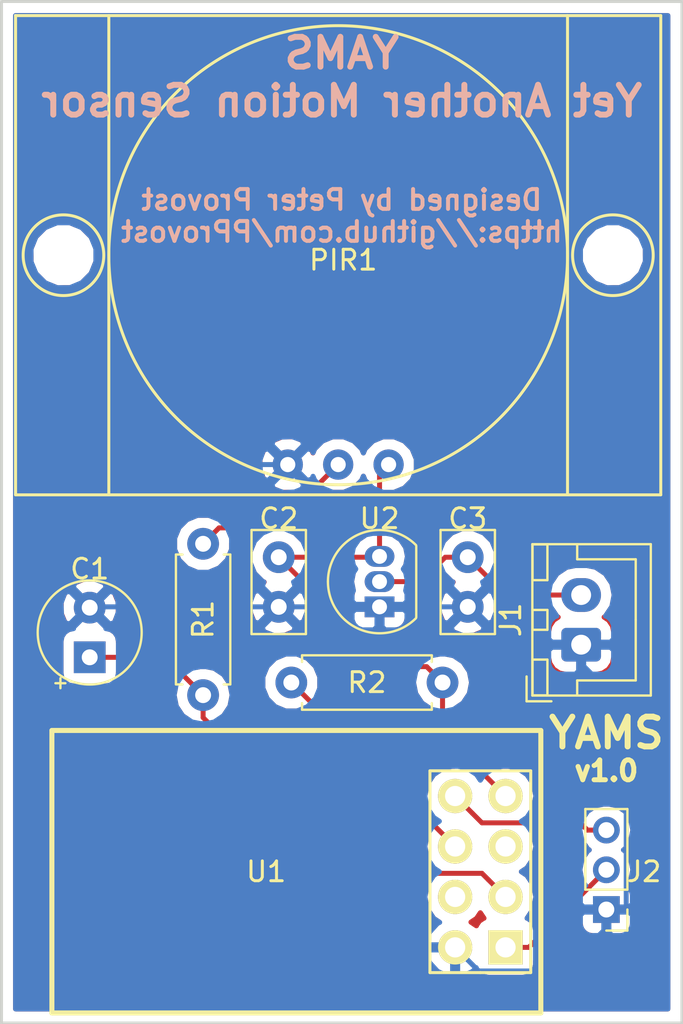
<source format=kicad_pcb>
(kicad_pcb (version 20171130) (host pcbnew "(5.0.1)-4")

  (general
    (thickness 1.6)
    (drawings 8)
    (tracks 50)
    (zones 0)
    (modules 12)
    (nets 9)
  )

  (page A4)
  (layers
    (0 F.Cu signal)
    (31 B.Cu signal)
    (32 B.Adhes user hide)
    (33 F.Adhes user hide)
    (34 B.Paste user hide)
    (35 F.Paste user hide)
    (36 B.SilkS user)
    (37 F.SilkS user)
    (38 B.Mask user)
    (39 F.Mask user)
    (40 Dwgs.User user hide)
    (41 Cmts.User user hide)
    (42 Eco1.User user hide)
    (43 Eco2.User user hide)
    (44 Edge.Cuts user)
    (45 Margin user)
    (46 B.CrtYd user hide)
    (47 F.CrtYd user hide)
    (48 B.Fab user hide)
    (49 F.Fab user hide)
  )

  (setup
    (last_trace_width 0.25)
    (trace_clearance 0.2)
    (zone_clearance 0.508)
    (zone_45_only no)
    (trace_min 0.2)
    (segment_width 0.2)
    (edge_width 0.15)
    (via_size 0.8)
    (via_drill 0.4)
    (via_min_size 0.4)
    (via_min_drill 0.3)
    (uvia_size 0.3)
    (uvia_drill 0.1)
    (uvias_allowed no)
    (uvia_min_size 0.2)
    (uvia_min_drill 0.1)
    (pcb_text_width 0.3)
    (pcb_text_size 1.5 1.5)
    (mod_edge_width 0.15)
    (mod_text_size 1 1)
    (mod_text_width 0.15)
    (pad_size 2.5 2.5)
    (pad_drill 2.5)
    (pad_to_mask_clearance 0.0508)
    (solder_mask_min_width 0.25)
    (aux_axis_origin 0 0)
    (visible_elements 7FFFFFFF)
    (pcbplotparams
      (layerselection 0x010fc_ffffffff)
      (usegerberextensions false)
      (usegerberattributes false)
      (usegerberadvancedattributes false)
      (creategerberjobfile false)
      (excludeedgelayer true)
      (linewidth 0.100000)
      (plotframeref false)
      (viasonmask false)
      (mode 1)
      (useauxorigin false)
      (hpglpennumber 1)
      (hpglpenspeed 20)
      (hpglpendiameter 15.000000)
      (psnegative false)
      (psa4output false)
      (plotreference true)
      (plotvalue true)
      (plotinvisibletext false)
      (padsonsilk false)
      (subtractmaskfromsilk false)
      (outputformat 1)
      (mirror false)
      (drillshape 1)
      (scaleselection 1)
      (outputdirectory ""))
  )

  (net 0 "")
  (net 1 "Net-(C1-Pad1)")
  (net 2 GND)
  (net 3 +3V3)
  (net 4 "Net-(C3-Pad2)")
  (net 5 "Net-(J2-Pad2)")
  (net 6 "Net-(J2-Pad3)")
  (net 7 "Net-(PIR1-Pad2)")
  (net 8 "Net-(R2-Pad1)")

  (net_class Default "This is the default net class."
    (clearance 0.2)
    (trace_width 0.25)
    (via_dia 0.8)
    (via_drill 0.4)
    (uvia_dia 0.3)
    (uvia_drill 0.1)
    (add_net +3V3)
    (add_net GND)
    (add_net "Net-(C1-Pad1)")
    (add_net "Net-(C3-Pad2)")
    (add_net "Net-(J2-Pad2)")
    (add_net "Net-(J2-Pad3)")
    (add_net "Net-(PIR1-Pad2)")
    (add_net "Net-(R2-Pad1)")
  )

  (module MountingHole:MountingHole_2.5mm (layer F.Cu) (tedit 5C35233E) (tstamp 5C4F96E4)
    (at 96.468001 64.210001)
    (descr "Mounting Hole 2.5mm, no annular")
    (tags "mounting hole 2.5mm no annular")
    (attr virtual)
    (fp_text reference REF** (at 0 -3.5) (layer F.SilkS) hide
      (effects (font (size 1 1) (thickness 0.15)))
    )
    (fp_text value MountingHole_2.5mm (at 0 3.5) (layer F.Fab)
      (effects (font (size 1 1) (thickness 0.15)))
    )
    (fp_text user %R (at 0.3 0) (layer F.Fab)
      (effects (font (size 1 1) (thickness 0.15)))
    )
    (fp_circle (center 0 0) (end 2.5 0) (layer Cmts.User) (width 0.15))
    (fp_circle (center 0 0) (end 2.75 0) (layer F.CrtYd) (width 0.05))
    (pad "" np_thru_hole circle (at 0 0) (size 2.5 2.5) (drill 2.5) (layers *.Cu *.Mask))
  )

  (module Connector_PinHeader_2.00mm:PinHeader_1x03_P2.00mm_Vertical (layer F.Cu) (tedit 59FED667) (tstamp 5C403BCC)
    (at 123.825 97.155 180)
    (descr "Through hole straight pin header, 1x03, 2.00mm pitch, single row")
    (tags "Through hole pin header THT 1x03 2.00mm single row")
    (path /5C342840)
    (fp_text reference J2 (at -1.905 1.905 180) (layer F.SilkS)
      (effects (font (size 1 1) (thickness 0.15)))
    )
    (fp_text value TTL-Serial (at 0 6.06 180) (layer F.Fab)
      (effects (font (size 1 1) (thickness 0.15)))
    )
    (fp_text user %R (at 0 2 270) (layer F.Fab)
      (effects (font (size 1 1) (thickness 0.15)))
    )
    (fp_line (start 1.5 -1.5) (end -1.5 -1.5) (layer F.CrtYd) (width 0.05))
    (fp_line (start 1.5 5.5) (end 1.5 -1.5) (layer F.CrtYd) (width 0.05))
    (fp_line (start -1.5 5.5) (end 1.5 5.5) (layer F.CrtYd) (width 0.05))
    (fp_line (start -1.5 -1.5) (end -1.5 5.5) (layer F.CrtYd) (width 0.05))
    (fp_line (start -1.06 -1.06) (end 0 -1.06) (layer F.SilkS) (width 0.12))
    (fp_line (start -1.06 0) (end -1.06 -1.06) (layer F.SilkS) (width 0.12))
    (fp_line (start -1.06 1) (end 1.06 1) (layer F.SilkS) (width 0.12))
    (fp_line (start 1.06 1) (end 1.06 5.06) (layer F.SilkS) (width 0.12))
    (fp_line (start -1.06 1) (end -1.06 5.06) (layer F.SilkS) (width 0.12))
    (fp_line (start -1.06 5.06) (end 1.06 5.06) (layer F.SilkS) (width 0.12))
    (fp_line (start -1 -0.5) (end -0.5 -1) (layer F.Fab) (width 0.1))
    (fp_line (start -1 5) (end -1 -0.5) (layer F.Fab) (width 0.1))
    (fp_line (start 1 5) (end -1 5) (layer F.Fab) (width 0.1))
    (fp_line (start 1 -1) (end 1 5) (layer F.Fab) (width 0.1))
    (fp_line (start -0.5 -1) (end 1 -1) (layer F.Fab) (width 0.1))
    (pad 3 thru_hole oval (at 0 4 180) (size 1.35 1.35) (drill 0.8) (layers *.Cu *.Mask)
      (net 6 "Net-(J2-Pad3)"))
    (pad 2 thru_hole oval (at 0 2 180) (size 1.35 1.35) (drill 0.8) (layers *.Cu *.Mask)
      (net 5 "Net-(J2-Pad2)"))
    (pad 1 thru_hole rect (at 0 0 180) (size 1.35 1.35) (drill 0.8) (layers *.Cu *.Mask)
      (net 2 GND))
    (model ${KISYS3DMOD}/Connector_PinHeader_2.00mm.3dshapes/PinHeader_1x03_P2.00mm_Vertical.wrl
      (at (xyz 0 0 0))
      (scale (xyz 1 1 1))
      (rotate (xyz 0 0 0))
    )
  )

  (module Connector_JST:JST_XH_B02B-XH-A_1x02_P2.50mm_Vertical (layer F.Cu) (tedit 5B7754C5) (tstamp 5C403BA1)
    (at 122.555 83.82 90)
    (descr "JST XH series connector, B02B-XH-A (http://www.jst-mfg.com/product/pdf/eng/eXH.pdf), generated with kicad-footprint-generator")
    (tags "connector JST XH side entry")
    (path /5C33E231)
    (fp_text reference J1 (at 1.25 -3.55 90) (layer F.SilkS)
      (effects (font (size 1 1) (thickness 0.15)))
    )
    (fp_text value Power (at 1.25 4.6 90) (layer F.Fab)
      (effects (font (size 1 1) (thickness 0.15)))
    )
    (fp_text user %R (at 1.25 2.7 90) (layer F.Fab)
      (effects (font (size 1 1) (thickness 0.15)))
    )
    (fp_line (start -2.85 -2.75) (end -2.85 -1.5) (layer F.SilkS) (width 0.12))
    (fp_line (start -1.6 -2.75) (end -2.85 -2.75) (layer F.SilkS) (width 0.12))
    (fp_line (start 4.3 2.75) (end 1.25 2.75) (layer F.SilkS) (width 0.12))
    (fp_line (start 4.3 -0.2) (end 4.3 2.75) (layer F.SilkS) (width 0.12))
    (fp_line (start 5.05 -0.2) (end 4.3 -0.2) (layer F.SilkS) (width 0.12))
    (fp_line (start -1.8 2.75) (end 1.25 2.75) (layer F.SilkS) (width 0.12))
    (fp_line (start -1.8 -0.2) (end -1.8 2.75) (layer F.SilkS) (width 0.12))
    (fp_line (start -2.55 -0.2) (end -1.8 -0.2) (layer F.SilkS) (width 0.12))
    (fp_line (start 5.05 -2.45) (end 3.25 -2.45) (layer F.SilkS) (width 0.12))
    (fp_line (start 5.05 -1.7) (end 5.05 -2.45) (layer F.SilkS) (width 0.12))
    (fp_line (start 3.25 -1.7) (end 5.05 -1.7) (layer F.SilkS) (width 0.12))
    (fp_line (start 3.25 -2.45) (end 3.25 -1.7) (layer F.SilkS) (width 0.12))
    (fp_line (start -0.75 -2.45) (end -2.55 -2.45) (layer F.SilkS) (width 0.12))
    (fp_line (start -0.75 -1.7) (end -0.75 -2.45) (layer F.SilkS) (width 0.12))
    (fp_line (start -2.55 -1.7) (end -0.75 -1.7) (layer F.SilkS) (width 0.12))
    (fp_line (start -2.55 -2.45) (end -2.55 -1.7) (layer F.SilkS) (width 0.12))
    (fp_line (start 1.75 -2.45) (end 0.75 -2.45) (layer F.SilkS) (width 0.12))
    (fp_line (start 1.75 -1.7) (end 1.75 -2.45) (layer F.SilkS) (width 0.12))
    (fp_line (start 0.75 -1.7) (end 1.75 -1.7) (layer F.SilkS) (width 0.12))
    (fp_line (start 0.75 -2.45) (end 0.75 -1.7) (layer F.SilkS) (width 0.12))
    (fp_line (start 0 -1.35) (end 0.625 -2.35) (layer F.Fab) (width 0.1))
    (fp_line (start -0.625 -2.35) (end 0 -1.35) (layer F.Fab) (width 0.1))
    (fp_line (start 5.45 -2.85) (end -2.95 -2.85) (layer F.CrtYd) (width 0.05))
    (fp_line (start 5.45 3.9) (end 5.45 -2.85) (layer F.CrtYd) (width 0.05))
    (fp_line (start -2.95 3.9) (end 5.45 3.9) (layer F.CrtYd) (width 0.05))
    (fp_line (start -2.95 -2.85) (end -2.95 3.9) (layer F.CrtYd) (width 0.05))
    (fp_line (start 5.06 -2.46) (end -2.56 -2.46) (layer F.SilkS) (width 0.12))
    (fp_line (start 5.06 3.51) (end 5.06 -2.46) (layer F.SilkS) (width 0.12))
    (fp_line (start -2.56 3.51) (end 5.06 3.51) (layer F.SilkS) (width 0.12))
    (fp_line (start -2.56 -2.46) (end -2.56 3.51) (layer F.SilkS) (width 0.12))
    (fp_line (start 4.95 -2.35) (end -2.45 -2.35) (layer F.Fab) (width 0.1))
    (fp_line (start 4.95 3.4) (end 4.95 -2.35) (layer F.Fab) (width 0.1))
    (fp_line (start -2.45 3.4) (end 4.95 3.4) (layer F.Fab) (width 0.1))
    (fp_line (start -2.45 -2.35) (end -2.45 3.4) (layer F.Fab) (width 0.1))
    (pad 2 thru_hole oval (at 2.5 0 90) (size 1.7 2) (drill 1) (layers *.Cu *.Mask)
      (net 4 "Net-(C3-Pad2)"))
    (pad 1 thru_hole roundrect (at 0 0 90) (size 1.7 2) (drill 1) (layers *.Cu *.Mask) (roundrect_rratio 0.147059)
      (net 2 GND))
    (model ${KISYS3DMOD}/Connector_JST.3dshapes/JST_XH_B02B-XH-A_1x02_P2.50mm_Vertical.wrl
      (at (xyz 0 0 0))
      (scale (xyz 1 1 1))
      (rotate (xyz 0 0 0))
    )
  )

  (module Capacitor_THT:CP_Radial_Tantal_D5.0mm_P2.50mm (layer F.Cu) (tedit 5AE50EF0) (tstamp 5C403B51)
    (at 97.79 84.455 90)
    (descr "CP, Radial_Tantal series, Radial, pin pitch=2.50mm, , diameter=5.0mm, Tantal Electrolytic Capacitor, http://cdn-reichelt.de/documents/datenblatt/B300/TANTAL-TB-Serie%23.pdf")
    (tags "CP Radial_Tantal series Radial pin pitch 2.50mm  diameter 5.0mm Tantal Electrolytic Capacitor")
    (path /5C33B3D4)
    (fp_text reference C1 (at 4.445 0 180) (layer F.SilkS)
      (effects (font (size 1 1) (thickness 0.15)))
    )
    (fp_text value 100nF (at 1.25 3.75 90) (layer F.Fab)
      (effects (font (size 1 1) (thickness 0.15)))
    )
    (fp_circle (center 1.25 0) (end 3.75 0) (layer F.Fab) (width 0.1))
    (fp_circle (center 1.25 0) (end 3.87 0) (layer F.SilkS) (width 0.12))
    (fp_circle (center 1.25 0) (end 4 0) (layer F.CrtYd) (width 0.05))
    (fp_line (start -0.883605 -1.0875) (end -0.383605 -1.0875) (layer F.Fab) (width 0.1))
    (fp_line (start -0.633605 -1.3375) (end -0.633605 -0.8375) (layer F.Fab) (width 0.1))
    (fp_line (start -1.554775 -1.475) (end -1.054775 -1.475) (layer F.SilkS) (width 0.12))
    (fp_line (start -1.304775 -1.725) (end -1.304775 -1.225) (layer F.SilkS) (width 0.12))
    (fp_text user %R (at 1.25 0 90) (layer F.Fab)
      (effects (font (size 1 1) (thickness 0.15)))
    )
    (pad 1 thru_hole rect (at 0 0 90) (size 1.6 1.6) (drill 0.8) (layers *.Cu *.Mask)
      (net 1 "Net-(C1-Pad1)"))
    (pad 2 thru_hole circle (at 2.5 0 90) (size 1.6 1.6) (drill 0.8) (layers *.Cu *.Mask)
      (net 2 GND))
    (model ${KISYS3DMOD}/Capacitor_THT.3dshapes/CP_Radial_Tantal_D5.0mm_P2.50mm.wrl
      (at (xyz 0 0 0))
      (scale (xyz 1 1 1))
      (rotate (xyz 0 0 0))
    )
  )

  (module Capacitor_THT:C_Disc_D5.0mm_W2.5mm_P2.50mm (layer F.Cu) (tedit 5AE50EF0) (tstamp 5C404202)
    (at 107.315 81.915 90)
    (descr "C, Disc series, Radial, pin pitch=2.50mm, , diameter*width=5*2.5mm^2, Capacitor, http://cdn-reichelt.de/documents/datenblatt/B300/DS_KERKO_TC.pdf")
    (tags "C Disc series Radial pin pitch 2.50mm  diameter 5mm width 2.5mm Capacitor")
    (path /5C33EB85)
    (fp_text reference C2 (at 4.445 0 180) (layer F.SilkS)
      (effects (font (size 1 1) (thickness 0.15)))
    )
    (fp_text value 1uF (at 1.25 2.5 90) (layer F.Fab)
      (effects (font (size 1 1) (thickness 0.15)))
    )
    (fp_text user %R (at 1.25 0 90) (layer F.Fab)
      (effects (font (size 1 1) (thickness 0.15)))
    )
    (fp_line (start 4 -1.5) (end -1.5 -1.5) (layer F.CrtYd) (width 0.05))
    (fp_line (start 4 1.5) (end 4 -1.5) (layer F.CrtYd) (width 0.05))
    (fp_line (start -1.5 1.5) (end 4 1.5) (layer F.CrtYd) (width 0.05))
    (fp_line (start -1.5 -1.5) (end -1.5 1.5) (layer F.CrtYd) (width 0.05))
    (fp_line (start 3.87 -1.37) (end 3.87 1.37) (layer F.SilkS) (width 0.12))
    (fp_line (start -1.37 -1.37) (end -1.37 1.37) (layer F.SilkS) (width 0.12))
    (fp_line (start -1.37 1.37) (end 3.87 1.37) (layer F.SilkS) (width 0.12))
    (fp_line (start -1.37 -1.37) (end 3.87 -1.37) (layer F.SilkS) (width 0.12))
    (fp_line (start 3.75 -1.25) (end -1.25 -1.25) (layer F.Fab) (width 0.1))
    (fp_line (start 3.75 1.25) (end 3.75 -1.25) (layer F.Fab) (width 0.1))
    (fp_line (start -1.25 1.25) (end 3.75 1.25) (layer F.Fab) (width 0.1))
    (fp_line (start -1.25 -1.25) (end -1.25 1.25) (layer F.Fab) (width 0.1))
    (pad 2 thru_hole circle (at 2.5 0 90) (size 1.6 1.6) (drill 0.8) (layers *.Cu *.Mask)
      (net 3 +3V3))
    (pad 1 thru_hole circle (at 0 0 90) (size 1.6 1.6) (drill 0.8) (layers *.Cu *.Mask)
      (net 2 GND))
    (model ${KISYS3DMOD}/Capacitor_THT.3dshapes/C_Disc_D5.0mm_W2.5mm_P2.50mm.wrl
      (at (xyz 0 0 0))
      (scale (xyz 1 1 1))
      (rotate (xyz 0 0 0))
    )
  )

  (module Capacitor_THT:C_Disc_D5.0mm_W2.5mm_P2.50mm (layer F.Cu) (tedit 5AE50EF0) (tstamp 5C404301)
    (at 116.84 81.915 90)
    (descr "C, Disc series, Radial, pin pitch=2.50mm, , diameter*width=5*2.5mm^2, Capacitor, http://cdn-reichelt.de/documents/datenblatt/B300/DS_KERKO_TC.pdf")
    (tags "C Disc series Radial pin pitch 2.50mm  diameter 5mm width 2.5mm Capacitor")
    (path /5C33EB16)
    (fp_text reference C3 (at 4.445 0 180) (layer F.SilkS)
      (effects (font (size 1 1) (thickness 0.15)))
    )
    (fp_text value 1uF (at 1.25 2.5 90) (layer F.Fab)
      (effects (font (size 1 1) (thickness 0.15)))
    )
    (fp_line (start -1.25 -1.25) (end -1.25 1.25) (layer F.Fab) (width 0.1))
    (fp_line (start -1.25 1.25) (end 3.75 1.25) (layer F.Fab) (width 0.1))
    (fp_line (start 3.75 1.25) (end 3.75 -1.25) (layer F.Fab) (width 0.1))
    (fp_line (start 3.75 -1.25) (end -1.25 -1.25) (layer F.Fab) (width 0.1))
    (fp_line (start -1.37 -1.37) (end 3.87 -1.37) (layer F.SilkS) (width 0.12))
    (fp_line (start -1.37 1.37) (end 3.87 1.37) (layer F.SilkS) (width 0.12))
    (fp_line (start -1.37 -1.37) (end -1.37 1.37) (layer F.SilkS) (width 0.12))
    (fp_line (start 3.87 -1.37) (end 3.87 1.37) (layer F.SilkS) (width 0.12))
    (fp_line (start -1.5 -1.5) (end -1.5 1.5) (layer F.CrtYd) (width 0.05))
    (fp_line (start -1.5 1.5) (end 4 1.5) (layer F.CrtYd) (width 0.05))
    (fp_line (start 4 1.5) (end 4 -1.5) (layer F.CrtYd) (width 0.05))
    (fp_line (start 4 -1.5) (end -1.5 -1.5) (layer F.CrtYd) (width 0.05))
    (fp_text user %R (at 1.25 0 90) (layer F.Fab)
      (effects (font (size 1 1) (thickness 0.15)))
    )
    (pad 1 thru_hole circle (at 0 0 90) (size 1.6 1.6) (drill 0.8) (layers *.Cu *.Mask)
      (net 2 GND))
    (pad 2 thru_hole circle (at 2.5 0 90) (size 1.6 1.6) (drill 0.8) (layers *.Cu *.Mask)
      (net 4 "Net-(C3-Pad2)"))
    (model ${KISYS3DMOD}/Capacitor_THT.3dshapes/C_Disc_D5.0mm_W2.5mm_P2.50mm.wrl
      (at (xyz 0 0 0))
      (scale (xyz 1 1 1))
      (rotate (xyz 0 0 0))
    )
  )

  (module Sensors:PIR_Motion_Sensor_Horiz (layer F.Cu) (tedit 5BEDFF40) (tstamp 5C403BE5)
    (at 110.311001 74.751001)
    (path /5C33B1C0)
    (fp_text reference PIR1 (at 0.254 -10.295) (layer F.SilkS)
      (effects (font (size 1 1) (thickness 0.15)))
    )
    (fp_text value PIR_Motion_Sensor (at 0.254 -12.319) (layer F.Fab)
      (effects (font (size 1 1) (thickness 0.15)))
    )
    (fp_line (start 0 1.524) (end 16.256 1.524) (layer F.SilkS) (width 0.15))
    (fp_line (start 16.256 1.524) (end 16.256 -22.606) (layer F.SilkS) (width 0.15))
    (fp_line (start 16.256 -22.606) (end -16.256 -22.606) (layer F.SilkS) (width 0.15))
    (fp_line (start -16.256 -22.606) (end -16.256 1.524) (layer F.SilkS) (width 0.15))
    (fp_line (start -16.256 1.524) (end 0 1.524) (layer F.SilkS) (width 0.15))
    (fp_circle (center 0 -10.541) (end 11.557 -10.668) (layer F.SilkS) (width 0.15))
    (fp_line (start 11.557 1.524) (end 11.557 -22.606) (layer F.SilkS) (width 0.15))
    (fp_line (start -11.557 -22.606) (end -11.557 1.524) (layer F.SilkS) (width 0.15))
    (fp_circle (center 13.843 -10.541) (end 15.875 -10.541) (layer F.SilkS) (width 0.15))
    (fp_circle (center -13.843 -10.541) (end -11.811 -10.541) (layer F.SilkS) (width 0.15))
    (fp_line (start 0 1.27) (end 3.81 1.27) (layer F.CrtYd) (width 0.15))
    (fp_line (start 3.81 1.27) (end 3.81 -1.27) (layer F.CrtYd) (width 0.15))
    (fp_line (start 3.81 -1.27) (end -3.81 -1.27) (layer F.CrtYd) (width 0.15))
    (fp_line (start -3.81 -1.27) (end -3.81 1.27) (layer F.CrtYd) (width 0.15))
    (fp_line (start -3.81 1.27) (end -0.127 1.27) (layer F.CrtYd) (width 0.15))
    (fp_line (start -0.127 1.27) (end 0 1.27) (layer F.CrtYd) (width 0.15))
    (pad "" np_thru_hole circle (at 13.843 -10.541) (size 2 2) (drill 2) (layers *.Cu *.Mask))
    (pad "" np_thru_hole circle (at -13.843 -10.541) (size 2 2) (drill 2) (layers *.Cu *.Mask))
    (pad 1 thru_hole circle (at -2.54 0) (size 1.524 1.524) (drill 0.762) (layers *.Cu *.Mask)
      (net 2 GND))
    (pad 2 thru_hole circle (at 0 0) (size 1.524 1.524) (drill 0.762) (layers *.Cu *.Mask)
      (net 7 "Net-(PIR1-Pad2)"))
    (pad 3 thru_hole circle (at 2.54 0) (size 1.524 1.524) (drill 0.762) (layers *.Cu *.Mask)
      (net 3 +3V3))
  )

  (module Resistor_THT:R_Axial_DIN0207_L6.3mm_D2.5mm_P7.62mm_Horizontal (layer F.Cu) (tedit 5AE5139B) (tstamp 5C403BFC)
    (at 103.505 78.74 270)
    (descr "Resistor, Axial_DIN0207 series, Axial, Horizontal, pin pitch=7.62mm, 0.25W = 1/4W, length*diameter=6.3*2.5mm^2, http://cdn-reichelt.de/documents/datenblatt/B400/1_4W%23YAG.pdf")
    (tags "Resistor Axial_DIN0207 series Axial Horizontal pin pitch 7.62mm 0.25W = 1/4W length 6.3mm diameter 2.5mm")
    (path /5C33B337)
    (fp_text reference R1 (at 3.81 0 270) (layer F.SilkS)
      (effects (font (size 1 1) (thickness 0.15)))
    )
    (fp_text value 220R (at 3.81 2.37 270) (layer F.Fab)
      (effects (font (size 1 1) (thickness 0.15)))
    )
    (fp_line (start 0.66 -1.25) (end 0.66 1.25) (layer F.Fab) (width 0.1))
    (fp_line (start 0.66 1.25) (end 6.96 1.25) (layer F.Fab) (width 0.1))
    (fp_line (start 6.96 1.25) (end 6.96 -1.25) (layer F.Fab) (width 0.1))
    (fp_line (start 6.96 -1.25) (end 0.66 -1.25) (layer F.Fab) (width 0.1))
    (fp_line (start 0 0) (end 0.66 0) (layer F.Fab) (width 0.1))
    (fp_line (start 7.62 0) (end 6.96 0) (layer F.Fab) (width 0.1))
    (fp_line (start 0.54 -1.04) (end 0.54 -1.37) (layer F.SilkS) (width 0.12))
    (fp_line (start 0.54 -1.37) (end 7.08 -1.37) (layer F.SilkS) (width 0.12))
    (fp_line (start 7.08 -1.37) (end 7.08 -1.04) (layer F.SilkS) (width 0.12))
    (fp_line (start 0.54 1.04) (end 0.54 1.37) (layer F.SilkS) (width 0.12))
    (fp_line (start 0.54 1.37) (end 7.08 1.37) (layer F.SilkS) (width 0.12))
    (fp_line (start 7.08 1.37) (end 7.08 1.04) (layer F.SilkS) (width 0.12))
    (fp_line (start -1.05 -1.5) (end -1.05 1.5) (layer F.CrtYd) (width 0.05))
    (fp_line (start -1.05 1.5) (end 8.67 1.5) (layer F.CrtYd) (width 0.05))
    (fp_line (start 8.67 1.5) (end 8.67 -1.5) (layer F.CrtYd) (width 0.05))
    (fp_line (start 8.67 -1.5) (end -1.05 -1.5) (layer F.CrtYd) (width 0.05))
    (fp_text user %R (at 3.81 0 270) (layer F.Fab)
      (effects (font (size 1 1) (thickness 0.15)))
    )
    (pad 1 thru_hole circle (at 0 0 270) (size 1.6 1.6) (drill 0.8) (layers *.Cu *.Mask)
      (net 7 "Net-(PIR1-Pad2)"))
    (pad 2 thru_hole oval (at 7.62 0 270) (size 1.6 1.6) (drill 0.8) (layers *.Cu *.Mask)
      (net 1 "Net-(C1-Pad1)"))
    (model ${KISYS3DMOD}/Resistor_THT.3dshapes/R_Axial_DIN0207_L6.3mm_D2.5mm_P7.62mm_Horizontal.wrl
      (at (xyz 0 0 0))
      (scale (xyz 1 1 1))
      (rotate (xyz 0 0 0))
    )
  )

  (module ESP8266:ESP-01 (layer F.Cu) (tedit 577EF889) (tstamp 5C403C1A)
    (at 118.745 99.06 180)
    (descr "Module, ESP-8266, ESP-01, 8 pin")
    (tags "Module ESP-8266 ESP8266")
    (path /5C33B45C)
    (fp_text reference U1 (at 12.065 3.81 180) (layer F.SilkS)
      (effects (font (size 1 1) (thickness 0.15)))
    )
    (fp_text value ESP-01v090 (at 12.192 3.556 180) (layer F.Fab)
      (effects (font (size 1 1) (thickness 0.15)))
    )
    (fp_line (start -1.778 -3.302) (end 22.86 -3.302) (layer F.SilkS) (width 0.254))
    (fp_line (start 22.86 -3.302) (end 22.86 10.922) (layer F.SilkS) (width 0.254))
    (fp_line (start 22.86 10.922) (end -1.778 10.922) (layer F.SilkS) (width 0.254))
    (fp_line (start -1.778 10.922) (end -1.778 -3.302) (layer F.SilkS) (width 0.254))
    (fp_line (start -1.778 -3.302) (end 22.86 -3.302) (layer F.Fab) (width 0.05))
    (fp_line (start 22.86 -3.302) (end 22.86 10.922) (layer F.Fab) (width 0.05))
    (fp_line (start 22.86 10.922) (end -1.778 10.922) (layer F.Fab) (width 0.05))
    (fp_line (start -1.778 10.922) (end -1.778 -3.302) (layer F.Fab) (width 0.05))
    (fp_line (start 1.27 -1.27) (end -1.27 -1.27) (layer F.SilkS) (width 0.1524))
    (fp_line (start -1.27 -1.27) (end -1.27 1.27) (layer F.SilkS) (width 0.1524))
    (fp_line (start -1.75 -1.75) (end -1.75 9.4) (layer F.CrtYd) (width 0.05))
    (fp_line (start 4.3 -1.75) (end 4.3 9.4) (layer F.CrtYd) (width 0.05))
    (fp_line (start -1.75 -1.75) (end 4.3 -1.75) (layer F.CrtYd) (width 0.05))
    (fp_line (start -1.75 9.4) (end 4.3 9.4) (layer F.CrtYd) (width 0.05))
    (fp_line (start -1.27 1.27) (end -1.27 8.89) (layer F.SilkS) (width 0.1524))
    (fp_line (start -1.27 8.89) (end 3.81 8.89) (layer F.SilkS) (width 0.1524))
    (fp_line (start 3.81 8.89) (end 3.81 -1.27) (layer F.SilkS) (width 0.1524))
    (fp_line (start 3.81 -1.27) (end 1.27 -1.27) (layer F.SilkS) (width 0.1524))
    (pad 1 thru_hole rect (at 0 0 180) (size 1.7272 1.7272) (drill 1.016) (layers *.Cu *.Mask F.SilkS)
      (net 5 "Net-(J2-Pad2)"))
    (pad 2 thru_hole oval (at 2.54 0 180) (size 1.7272 1.7272) (drill 1.016) (layers *.Cu *.Mask F.SilkS)
      (net 2 GND))
    (pad 3 thru_hole oval (at 0 2.54 180) (size 1.7272 1.7272) (drill 1.016) (layers *.Cu *.Mask F.SilkS)
      (net 1 "Net-(C1-Pad1)"))
    (pad 4 thru_hole oval (at 2.54 2.54 180) (size 1.7272 1.7272) (drill 1.016) (layers *.Cu *.Mask F.SilkS))
    (pad 5 thru_hole oval (at 0 5.08 180) (size 1.7272 1.7272) (drill 1.016) (layers *.Cu *.Mask F.SilkS))
    (pad 6 thru_hole oval (at 2.54 5.08 180) (size 1.7272 1.7272) (drill 1.016) (layers *.Cu *.Mask F.SilkS)
      (net 8 "Net-(R2-Pad1)"))
    (pad 7 thru_hole oval (at 0 7.62 180) (size 1.7272 1.7272) (drill 1.016) (layers *.Cu *.Mask F.SilkS)
      (net 3 +3V3))
    (pad 8 thru_hole oval (at 2.54 7.62 180) (size 1.7272 1.7272) (drill 1.016) (layers *.Cu *.Mask F.SilkS)
      (net 6 "Net-(J2-Pad3)"))
  )

  (module Package_TO_SOT_THT:TO-92_Inline (layer F.Cu) (tedit 5A1DD157) (tstamp 5C403C2C)
    (at 112.395 81.915 90)
    (descr "TO-92 leads in-line, narrow, oval pads, drill 0.75mm (see NXP sot054_po.pdf)")
    (tags "to-92 sc-43 sc-43a sot54 PA33 transistor")
    (path /5C33BB3C)
    (fp_text reference U2 (at 4.445 0 180) (layer F.SilkS)
      (effects (font (size 1 1) (thickness 0.15)))
    )
    (fp_text value MCP1700-3302E_TO92 (at 1.27 2.79 90) (layer F.Fab)
      (effects (font (size 1 1) (thickness 0.15)))
    )
    (fp_text user %R (at 1.27 -3.56 90) (layer F.Fab)
      (effects (font (size 1 1) (thickness 0.15)))
    )
    (fp_line (start -0.53 1.85) (end 3.07 1.85) (layer F.SilkS) (width 0.12))
    (fp_line (start -0.5 1.75) (end 3 1.75) (layer F.Fab) (width 0.1))
    (fp_line (start -1.46 -2.73) (end 4 -2.73) (layer F.CrtYd) (width 0.05))
    (fp_line (start -1.46 -2.73) (end -1.46 2.01) (layer F.CrtYd) (width 0.05))
    (fp_line (start 4 2.01) (end 4 -2.73) (layer F.CrtYd) (width 0.05))
    (fp_line (start 4 2.01) (end -1.46 2.01) (layer F.CrtYd) (width 0.05))
    (fp_arc (start 1.27 0) (end 1.27 -2.48) (angle 135) (layer F.Fab) (width 0.1))
    (fp_arc (start 1.27 0) (end 1.27 -2.6) (angle -135) (layer F.SilkS) (width 0.12))
    (fp_arc (start 1.27 0) (end 1.27 -2.48) (angle -135) (layer F.Fab) (width 0.1))
    (fp_arc (start 1.27 0) (end 1.27 -2.6) (angle 135) (layer F.SilkS) (width 0.12))
    (pad 2 thru_hole oval (at 1.27 0 90) (size 1.05 1.5) (drill 0.75) (layers *.Cu *.Mask)
      (net 4 "Net-(C3-Pad2)"))
    (pad 3 thru_hole oval (at 2.54 0 90) (size 1.05 1.5) (drill 0.75) (layers *.Cu *.Mask)
      (net 3 +3V3))
    (pad 1 thru_hole rect (at 0 0 90) (size 1.05 1.5) (drill 0.75) (layers *.Cu *.Mask)
      (net 2 GND))
    (model ${KISYS3DMOD}/Package_TO_SOT_THT.3dshapes/TO-92_Inline.wrl
      (at (xyz 0 0 0))
      (scale (xyz 1 1 1))
      (rotate (xyz 0 0 0))
    )
  )

  (module Resistor_THT:R_Axial_DIN0207_L6.3mm_D2.5mm_P7.62mm_Horizontal (layer F.Cu) (tedit 5AE5139B) (tstamp 5C35C84F)
    (at 107.95 85.725)
    (descr "Resistor, Axial_DIN0207 series, Axial, Horizontal, pin pitch=7.62mm, 0.25W = 1/4W, length*diameter=6.3*2.5mm^2, http://cdn-reichelt.de/documents/datenblatt/B400/1_4W%23YAG.pdf")
    (tags "Resistor Axial_DIN0207 series Axial Horizontal pin pitch 7.62mm 0.25W = 1/4W length 6.3mm diameter 2.5mm")
    (path /5C352348)
    (fp_text reference R2 (at 3.81 0) (layer F.SilkS)
      (effects (font (size 1 1) (thickness 0.15)))
    )
    (fp_text value 3K3 (at 3.81 2.37) (layer F.Fab)
      (effects (font (size 1 1) (thickness 0.15)))
    )
    (fp_line (start 0.66 -1.25) (end 0.66 1.25) (layer F.Fab) (width 0.1))
    (fp_line (start 0.66 1.25) (end 6.96 1.25) (layer F.Fab) (width 0.1))
    (fp_line (start 6.96 1.25) (end 6.96 -1.25) (layer F.Fab) (width 0.1))
    (fp_line (start 6.96 -1.25) (end 0.66 -1.25) (layer F.Fab) (width 0.1))
    (fp_line (start 0 0) (end 0.66 0) (layer F.Fab) (width 0.1))
    (fp_line (start 7.62 0) (end 6.96 0) (layer F.Fab) (width 0.1))
    (fp_line (start 0.54 -1.04) (end 0.54 -1.37) (layer F.SilkS) (width 0.12))
    (fp_line (start 0.54 -1.37) (end 7.08 -1.37) (layer F.SilkS) (width 0.12))
    (fp_line (start 7.08 -1.37) (end 7.08 -1.04) (layer F.SilkS) (width 0.12))
    (fp_line (start 0.54 1.04) (end 0.54 1.37) (layer F.SilkS) (width 0.12))
    (fp_line (start 0.54 1.37) (end 7.08 1.37) (layer F.SilkS) (width 0.12))
    (fp_line (start 7.08 1.37) (end 7.08 1.04) (layer F.SilkS) (width 0.12))
    (fp_line (start -1.05 -1.5) (end -1.05 1.5) (layer F.CrtYd) (width 0.05))
    (fp_line (start -1.05 1.5) (end 8.67 1.5) (layer F.CrtYd) (width 0.05))
    (fp_line (start 8.67 1.5) (end 8.67 -1.5) (layer F.CrtYd) (width 0.05))
    (fp_line (start 8.67 -1.5) (end -1.05 -1.5) (layer F.CrtYd) (width 0.05))
    (fp_text user %R (at 3.81 0) (layer F.Fab)
      (effects (font (size 1 1) (thickness 0.15)))
    )
    (pad 1 thru_hole circle (at 0 0) (size 1.6 1.6) (drill 0.8) (layers *.Cu *.Mask)
      (net 8 "Net-(R2-Pad1)"))
    (pad 2 thru_hole oval (at 7.62 0) (size 1.6 1.6) (drill 0.8) (layers *.Cu *.Mask)
      (net 3 +3V3))
    (model ${KISYS3DMOD}/Resistor_THT.3dshapes/R_Axial_DIN0207_L6.3mm_D2.5mm_P7.62mm_Horizontal.wrl
      (at (xyz 0 0 0))
      (scale (xyz 1 1 1))
      (rotate (xyz 0 0 0))
    )
  )

  (module MountingHole:MountingHole_2.5mm (layer F.Cu) (tedit 5C352394) (tstamp 5C4F96D8)
    (at 124.154001 64.210001)
    (descr "Mounting Hole 2.5mm, no annular")
    (tags "mounting hole 2.5mm no annular")
    (attr virtual)
    (fp_text reference REF** (at 0 -3.5) (layer F.SilkS) hide
      (effects (font (size 1 1) (thickness 0.15)))
    )
    (fp_text value MountingHole_2.5mm (at 0 3.5) (layer F.Fab)
      (effects (font (size 1 1) (thickness 0.15)))
    )
    (fp_circle (center 0 0) (end 2.75 0) (layer F.CrtYd) (width 0.05))
    (fp_circle (center 0 0) (end 2.5 0) (layer Cmts.User) (width 0.15))
    (fp_text user %R (at 0.3 0) (layer F.Fab)
      (effects (font (size 1 1) (thickness 0.15)))
    )
    (pad "" np_thru_hole circle (at 0 0) (size 2.5 2.5) (drill 2.5) (layers *.Cu *.Mask))
  )

  (gr_text "Designed by Peter Provost\nhttps://github.com/PProvost" (at 110.49 62.23) (layer B.SilkS)
    (effects (font (size 1 1) (thickness 0.2)) (justify mirror))
  )
  (gr_text "YAMS\nYet Another Motion Sensor" (at 110.49 55.245) (layer B.SilkS)
    (effects (font (size 1.5 1.5) (thickness 0.3)) (justify mirror))
  )
  (gr_text v1.0 (at 123.825 90.17) (layer F.SilkS)
    (effects (font (size 1 1) (thickness 0.25)))
  )
  (gr_text YAMS (at 123.825 88.265) (layer F.SilkS)
    (effects (font (size 1.5 1.5) (thickness 0.3)))
  )
  (gr_line (start 93.345 102.87) (end 93.345 51.435) (layer Edge.Cuts) (width 0.15))
  (gr_line (start 127.635 102.87) (end 93.345 102.87) (layer Edge.Cuts) (width 0.15))
  (gr_line (start 127.635 51.435) (end 127.635 102.87) (layer Edge.Cuts) (width 0.15))
  (gr_line (start 93.345 51.435) (end 127.635 51.435) (layer Edge.Cuts) (width 0.15))

  (segment (start 101.6 84.455) (end 103.505 86.36) (width 0.25) (layer F.Cu) (net 1) (status 20))
  (segment (start 97.79 84.455) (end 101.6 84.455) (width 0.25) (layer F.Cu) (net 1) (status 10))
  (segment (start 117.881401 95.656401) (end 118.745 96.52) (width 0.25) (layer F.Cu) (net 1) (status 30))
  (segment (start 117.556399 95.331399) (end 117.881401 95.656401) (width 0.25) (layer F.Cu) (net 1) (status 20))
  (segment (start 111.345029 95.331399) (end 117.556399 95.331399) (width 0.25) (layer F.Cu) (net 1))
  (segment (start 103.505 87.49137) (end 111.345029 95.331399) (width 0.25) (layer F.Cu) (net 1))
  (segment (start 103.505 86.36) (end 103.505 87.49137) (width 0.25) (layer F.Cu) (net 1) (status 10))
  (segment (start 104.993999 74.751001) (end 97.79 81.955) (width 0.25) (layer B.Cu) (net 2) (status 20))
  (segment (start 107.771001 74.751001) (end 104.993999 74.751001) (width 0.25) (layer B.Cu) (net 2) (status 10))
  (segment (start 116.84 81.915) (end 112.395 81.915) (width 0.25) (layer B.Cu) (net 2) (status 30))
  (segment (start 112.395 81.915) (end 107.315 81.915) (width 0.25) (layer B.Cu) (net 2) (status 30))
  (segment (start 97.83 81.915) (end 97.79 81.955) (width 0.25) (layer B.Cu) (net 2) (status 30))
  (segment (start 107.315 81.915) (end 97.83 81.915) (width 0.25) (layer B.Cu) (net 2) (status 30))
  (segment (start 122.555 83.82) (end 118.745 83.82) (width 0.25) (layer B.Cu) (net 2) (status 10))
  (segment (start 118.745 83.82) (end 116.84 81.915) (width 0.25) (layer B.Cu) (net 2) (status 20))
  (segment (start 124.75 97.155) (end 123.825 97.155) (width 0.25) (layer B.Cu) (net 2) (status 20))
  (segment (start 124.825001 97.079999) (end 124.75 97.155) (width 0.25) (layer B.Cu) (net 2))
  (segment (start 124.825001 87.040001) (end 124.825001 97.079999) (width 0.25) (layer B.Cu) (net 2))
  (segment (start 122.555 84.77) (end 124.825001 87.040001) (width 0.25) (layer B.Cu) (net 2))
  (segment (start 122.555 83.82) (end 122.555 84.77) (width 0.25) (layer B.Cu) (net 2) (status 10))
  (segment (start 117.068599 99.923599) (end 116.205 99.06) (width 0.25) (layer B.Cu) (net 2) (status 30))
  (segment (start 117.393601 100.248601) (end 117.068599 99.923599) (width 0.25) (layer B.Cu) (net 2) (status 20))
  (segment (start 121.656399 100.248601) (end 117.393601 100.248601) (width 0.25) (layer B.Cu) (net 2))
  (segment (start 123.825 98.08) (end 121.656399 100.248601) (width 0.25) (layer B.Cu) (net 2))
  (segment (start 123.825 97.155) (end 123.825 98.08) (width 0.25) (layer B.Cu) (net 2) (status 10))
  (segment (start 112.355 79.415) (end 112.395 79.375) (width 0.25) (layer F.Cu) (net 3) (status 30))
  (segment (start 107.315 79.415) (end 112.355 79.415) (width 0.25) (layer F.Cu) (net 3) (status 30))
  (segment (start 112.395 75.207002) (end 112.851001 74.751001) (width 0.25) (layer F.Cu) (net 3) (status 30))
  (segment (start 112.395 79.375) (end 112.395 75.207002) (width 0.25) (layer F.Cu) (net 3) (status 30))
  (segment (start 112.825001 84.925001) (end 107.315 79.415) (width 0.25) (layer F.Cu) (net 3) (status 20))
  (segment (start 114.770001 84.925001) (end 112.825001 84.925001) (width 0.25) (layer F.Cu) (net 3) (status 10))
  (segment (start 115.57 85.725) (end 114.770001 84.925001) (width 0.25) (layer F.Cu) (net 3) (status 30))
  (segment (start 115.57 88.265) (end 118.745 91.44) (width 0.25) (layer F.Cu) (net 3) (status 20))
  (segment (start 115.57 85.725) (end 115.57 88.265) (width 0.25) (layer F.Cu) (net 3) (status 10))
  (segment (start 114.47863 80.645) (end 112.395 80.645) (width 0.25) (layer F.Cu) (net 4) (status 20))
  (segment (start 115.70863 79.415) (end 114.47863 80.645) (width 0.25) (layer F.Cu) (net 4))
  (segment (start 116.84 79.415) (end 115.70863 79.415) (width 0.25) (layer F.Cu) (net 4) (status 10))
  (segment (start 118.745 81.32) (end 116.84 79.415) (width 0.25) (layer F.Cu) (net 4) (status 20))
  (segment (start 122.555 81.32) (end 118.745 81.32) (width 0.25) (layer F.Cu) (net 4) (status 10))
  (segment (start 119.92 99.06) (end 123.825 95.155) (width 0.25) (layer F.Cu) (net 5) (status 20))
  (segment (start 118.745 99.06) (end 119.92 99.06) (width 0.25) (layer F.Cu) (net 5) (status 10))
  (segment (start 117.068599 92.303599) (end 116.205 91.44) (width 0.25) (layer F.Cu) (net 6) (status 30))
  (segment (start 117.556399 92.791399) (end 117.068599 92.303599) (width 0.25) (layer F.Cu) (net 6) (status 20))
  (segment (start 122.506805 92.791399) (end 117.556399 92.791399) (width 0.25) (layer F.Cu) (net 6))
  (segment (start 122.870406 93.155) (end 122.506805 92.791399) (width 0.25) (layer F.Cu) (net 6))
  (segment (start 123.825 93.155) (end 122.870406 93.155) (width 0.25) (layer F.Cu) (net 6) (status 10))
  (segment (start 107.122001 77.940001) (end 110.311001 74.751001) (width 0.25) (layer F.Cu) (net 7) (status 20))
  (segment (start 104.304999 77.940001) (end 107.122001 77.940001) (width 0.25) (layer F.Cu) (net 7))
  (segment (start 103.505 78.74) (end 104.304999 77.940001) (width 0.25) (layer F.Cu) (net 7) (status 10))
  (segment (start 107.95 85.725) (end 116.205 93.98) (width 0.25) (layer F.Cu) (net 8) (status 30))

  (zone (net 2) (net_name GND) (layer B.Cu) (tstamp 0) (hatch edge 0.508)
    (connect_pads (clearance 0.508))
    (min_thickness 0.254)
    (fill yes (arc_segments 16) (thermal_gap 0.508) (thermal_bridge_width 0.508))
    (polygon
      (pts
        (xy 93.345 51.435) (xy 127.635 51.435) (xy 127.635 102.87) (xy 93.345 102.87)
      )
    )
    (filled_polygon
      (pts
        (xy 126.925001 102.16) (xy 94.055 102.16) (xy 94.055 99.419026) (xy 114.750042 99.419026) (xy 114.922312 99.834947)
        (xy 115.31651 100.266821) (xy 115.845973 100.514968) (xy 116.078 100.394469) (xy 116.078 99.187) (xy 114.871183 99.187)
        (xy 114.750042 99.419026) (xy 94.055 99.419026) (xy 94.055 91.44) (xy 114.677041 91.44) (xy 114.79335 92.024725)
        (xy 115.12457 92.52043) (xy 115.408281 92.71) (xy 115.12457 92.89957) (xy 114.79335 93.395275) (xy 114.677041 93.98)
        (xy 114.79335 94.564725) (xy 115.12457 95.06043) (xy 115.408281 95.25) (xy 115.12457 95.43957) (xy 114.79335 95.935275)
        (xy 114.677041 96.52) (xy 114.79335 97.104725) (xy 115.12457 97.60043) (xy 115.426021 97.801854) (xy 115.31651 97.853179)
        (xy 114.922312 98.285053) (xy 114.750042 98.700974) (xy 114.871183 98.933) (xy 116.078 98.933) (xy 116.078 98.913)
        (xy 116.332 98.913) (xy 116.332 98.933) (xy 116.352 98.933) (xy 116.352 99.187) (xy 116.332 99.187)
        (xy 116.332 100.394469) (xy 116.564027 100.514968) (xy 117.09349 100.266821) (xy 117.264881 100.07905) (xy 117.283243 100.171365)
        (xy 117.423591 100.381409) (xy 117.633635 100.521757) (xy 117.8814 100.57104) (xy 119.6086 100.57104) (xy 119.856365 100.521757)
        (xy 120.066409 100.381409) (xy 120.206757 100.171365) (xy 120.25604 99.9236) (xy 120.25604 98.1964) (xy 120.206757 97.948635)
        (xy 120.066409 97.738591) (xy 119.856365 97.598243) (xy 119.830349 97.593068) (xy 119.932124 97.44075) (xy 122.515 97.44075)
        (xy 122.515 97.95631) (xy 122.611673 98.189699) (xy 122.790302 98.368327) (xy 123.023691 98.465) (xy 123.53925 98.465)
        (xy 123.698 98.30625) (xy 123.698 97.282) (xy 123.952 97.282) (xy 123.952 98.30625) (xy 124.11075 98.465)
        (xy 124.626309 98.465) (xy 124.859698 98.368327) (xy 125.038327 98.189699) (xy 125.135 97.95631) (xy 125.135 97.44075)
        (xy 124.97625 97.282) (xy 123.952 97.282) (xy 123.698 97.282) (xy 122.67375 97.282) (xy 122.515 97.44075)
        (xy 119.932124 97.44075) (xy 120.15665 97.104725) (xy 120.272959 96.52) (xy 120.15665 95.935275) (xy 119.82543 95.43957)
        (xy 119.541719 95.25) (xy 119.82543 95.06043) (xy 120.15665 94.564725) (xy 120.272959 93.98) (xy 120.15665 93.395275)
        (xy 119.996104 93.155) (xy 122.489336 93.155) (xy 122.591007 93.666136) (xy 122.880543 94.099457) (xy 122.963669 94.155)
        (xy 122.880543 94.210543) (xy 122.591007 94.643864) (xy 122.489336 95.155) (xy 122.591007 95.666136) (xy 122.781198 95.950777)
        (xy 122.611673 96.120301) (xy 122.515 96.35369) (xy 122.515 96.86925) (xy 122.67375 97.028) (xy 123.698 97.028)
        (xy 123.698 97.008) (xy 123.952 97.008) (xy 123.952 97.028) (xy 124.97625 97.028) (xy 125.135 96.86925)
        (xy 125.135 96.35369) (xy 125.038327 96.120301) (xy 124.868802 95.950777) (xy 125.058993 95.666136) (xy 125.160664 95.155)
        (xy 125.058993 94.643864) (xy 124.769457 94.210543) (xy 124.686331 94.155) (xy 124.769457 94.099457) (xy 125.058993 93.666136)
        (xy 125.160664 93.155) (xy 125.058993 92.643864) (xy 124.769457 92.210543) (xy 124.336136 91.921007) (xy 123.954022 91.845)
        (xy 123.695978 91.845) (xy 123.313864 91.921007) (xy 122.880543 92.210543) (xy 122.591007 92.643864) (xy 122.489336 93.155)
        (xy 119.996104 93.155) (xy 119.82543 92.89957) (xy 119.541719 92.71) (xy 119.82543 92.52043) (xy 120.15665 92.024725)
        (xy 120.272959 91.44) (xy 120.15665 90.855275) (xy 119.82543 90.35957) (xy 119.329725 90.02835) (xy 118.892598 89.9414)
        (xy 118.597402 89.9414) (xy 118.160275 90.02835) (xy 117.66457 90.35957) (xy 117.475 90.643281) (xy 117.28543 90.35957)
        (xy 116.789725 90.02835) (xy 116.352598 89.9414) (xy 116.057402 89.9414) (xy 115.620275 90.02835) (xy 115.12457 90.35957)
        (xy 114.79335 90.855275) (xy 114.677041 91.44) (xy 94.055 91.44) (xy 94.055 86.36) (xy 102.041887 86.36)
        (xy 102.15326 86.919909) (xy 102.470423 87.394577) (xy 102.945091 87.71174) (xy 103.363667 87.795) (xy 103.646333 87.795)
        (xy 104.064909 87.71174) (xy 104.539577 87.394577) (xy 104.85674 86.919909) (xy 104.968113 86.36) (xy 104.85674 85.800091)
        (xy 104.615842 85.439561) (xy 106.515 85.439561) (xy 106.515 86.010439) (xy 106.733466 86.537862) (xy 107.137138 86.941534)
        (xy 107.664561 87.16) (xy 108.235439 87.16) (xy 108.762862 86.941534) (xy 109.166534 86.537862) (xy 109.385 86.010439)
        (xy 109.385 85.725) (xy 114.106887 85.725) (xy 114.21826 86.284909) (xy 114.535423 86.759577) (xy 115.010091 87.07674)
        (xy 115.428667 87.16) (xy 115.711333 87.16) (xy 116.129909 87.07674) (xy 116.604577 86.759577) (xy 116.92174 86.284909)
        (xy 117.033113 85.725) (xy 116.92174 85.165091) (xy 116.604577 84.690423) (xy 116.129909 84.37326) (xy 115.711333 84.29)
        (xy 115.428667 84.29) (xy 115.010091 84.37326) (xy 114.535423 84.690423) (xy 114.21826 85.165091) (xy 114.106887 85.725)
        (xy 109.385 85.725) (xy 109.385 85.439561) (xy 109.166534 84.912138) (xy 108.762862 84.508466) (xy 108.235439 84.29)
        (xy 107.664561 84.29) (xy 107.137138 84.508466) (xy 106.733466 84.912138) (xy 106.515 85.439561) (xy 104.615842 85.439561)
        (xy 104.539577 85.325423) (xy 104.064909 85.00826) (xy 103.646333 84.925) (xy 103.363667 84.925) (xy 102.945091 85.00826)
        (xy 102.470423 85.325423) (xy 102.15326 85.800091) (xy 102.041887 86.36) (xy 94.055 86.36) (xy 94.055 83.655)
        (xy 96.34256 83.655) (xy 96.34256 85.255) (xy 96.391843 85.502765) (xy 96.532191 85.712809) (xy 96.742235 85.853157)
        (xy 96.99 85.90244) (xy 98.59 85.90244) (xy 98.837765 85.853157) (xy 99.047809 85.712809) (xy 99.188157 85.502765)
        (xy 99.23744 85.255) (xy 99.23744 84.10575) (xy 120.92 84.10575) (xy 120.92 84.796309) (xy 121.016673 85.029698)
        (xy 121.195301 85.208327) (xy 121.42869 85.305) (xy 122.26925 85.305) (xy 122.428 85.14625) (xy 122.428 83.947)
        (xy 122.682 83.947) (xy 122.682 85.14625) (xy 122.84075 85.305) (xy 123.68131 85.305) (xy 123.914699 85.208327)
        (xy 124.093327 85.029698) (xy 124.19 84.796309) (xy 124.19 84.10575) (xy 124.03125 83.947) (xy 122.682 83.947)
        (xy 122.428 83.947) (xy 121.07875 83.947) (xy 120.92 84.10575) (xy 99.23744 84.10575) (xy 99.23744 83.655)
        (xy 99.188157 83.407235) (xy 99.047809 83.197191) (xy 98.837765 83.056843) (xy 98.603813 83.010307) (xy 98.618139 82.962745)
        (xy 98.57814 82.922745) (xy 106.486861 82.922745) (xy 106.560995 83.168864) (xy 107.098223 83.361965) (xy 107.668454 83.334778)
        (xy 108.069005 83.168864) (xy 108.143139 82.922745) (xy 107.315 82.094605) (xy 106.486861 82.922745) (xy 98.57814 82.922745)
        (xy 97.79 82.134605) (xy 96.961861 82.962745) (xy 96.976187 83.010307) (xy 96.742235 83.056843) (xy 96.532191 83.197191)
        (xy 96.391843 83.407235) (xy 96.34256 83.655) (xy 94.055 83.655) (xy 94.055 81.738223) (xy 96.343035 81.738223)
        (xy 96.370222 82.308454) (xy 96.536136 82.709005) (xy 96.782255 82.783139) (xy 97.610395 81.955) (xy 97.969605 81.955)
        (xy 98.797745 82.783139) (xy 99.043864 82.709005) (xy 99.236965 82.171777) (xy 99.214388 81.698223) (xy 105.868035 81.698223)
        (xy 105.895222 82.268454) (xy 106.061136 82.669005) (xy 106.307255 82.743139) (xy 107.135395 81.915) (xy 107.494605 81.915)
        (xy 108.322745 82.743139) (xy 108.568864 82.669005) (xy 108.737173 82.20075) (xy 111.01 82.20075) (xy 111.01 82.566309)
        (xy 111.106673 82.799698) (xy 111.285301 82.978327) (xy 111.51869 83.075) (xy 112.10925 83.075) (xy 112.268 82.91625)
        (xy 112.268 82.042) (xy 112.522 82.042) (xy 112.522 82.91625) (xy 112.68075 83.075) (xy 113.27131 83.075)
        (xy 113.504699 82.978327) (xy 113.56028 82.922745) (xy 116.011861 82.922745) (xy 116.085995 83.168864) (xy 116.623223 83.361965)
        (xy 117.193454 83.334778) (xy 117.594005 83.168864) (xy 117.668139 82.922745) (xy 116.84 82.094605) (xy 116.011861 82.922745)
        (xy 113.56028 82.922745) (xy 113.683327 82.799698) (xy 113.78 82.566309) (xy 113.78 82.20075) (xy 113.62125 82.042)
        (xy 112.522 82.042) (xy 112.268 82.042) (xy 111.16875 82.042) (xy 111.01 82.20075) (xy 108.737173 82.20075)
        (xy 108.761965 82.131777) (xy 108.734778 81.561546) (xy 108.568864 81.160995) (xy 108.322745 81.086861) (xy 107.494605 81.915)
        (xy 107.135395 81.915) (xy 106.307255 81.086861) (xy 106.061136 81.160995) (xy 105.868035 81.698223) (xy 99.214388 81.698223)
        (xy 99.209778 81.601546) (xy 99.043864 81.200995) (xy 98.797745 81.126861) (xy 97.969605 81.955) (xy 97.610395 81.955)
        (xy 96.782255 81.126861) (xy 96.536136 81.200995) (xy 96.343035 81.738223) (xy 94.055 81.738223) (xy 94.055 80.947255)
        (xy 96.961861 80.947255) (xy 97.79 81.775395) (xy 98.618139 80.947255) (xy 98.544005 80.701136) (xy 98.006777 80.508035)
        (xy 97.436546 80.535222) (xy 97.035995 80.701136) (xy 96.961861 80.947255) (xy 94.055 80.947255) (xy 94.055 78.454561)
        (xy 102.07 78.454561) (xy 102.07 79.025439) (xy 102.288466 79.552862) (xy 102.692138 79.956534) (xy 103.219561 80.175)
        (xy 103.790439 80.175) (xy 104.317862 79.956534) (xy 104.721534 79.552862) (xy 104.896871 79.129561) (xy 105.88 79.129561)
        (xy 105.88 79.700439) (xy 106.098466 80.227862) (xy 106.502138 80.631534) (xy 106.567299 80.658525) (xy 106.560995 80.661136)
        (xy 106.486861 80.907255) (xy 107.315 81.735395) (xy 108.143139 80.907255) (xy 108.069005 80.661136) (xy 108.062254 80.65871)
        (xy 108.127862 80.631534) (xy 108.531534 80.227862) (xy 108.75 79.700439) (xy 108.75 79.375) (xy 110.987275 79.375)
        (xy 111.077305 79.827609) (xy 111.199174 80.01) (xy 111.077305 80.192391) (xy 110.987275 80.645) (xy 111.077305 81.097609)
        (xy 111.078224 81.098984) (xy 111.01 81.263691) (xy 111.01 81.62925) (xy 111.16875 81.788) (xy 111.97029 81.788)
        (xy 112.055754 81.805) (xy 112.734246 81.805) (xy 112.81971 81.788) (xy 113.62125 81.788) (xy 113.711027 81.698223)
        (xy 115.393035 81.698223) (xy 115.420222 82.268454) (xy 115.586136 82.669005) (xy 115.832255 82.743139) (xy 116.660395 81.915)
        (xy 117.019605 81.915) (xy 117.847745 82.743139) (xy 118.093864 82.669005) (xy 118.286965 82.131777) (xy 118.259778 81.561546)
        (xy 118.159727 81.32) (xy 120.890908 81.32) (xy 121.006161 81.899418) (xy 121.325709 82.377656) (xy 121.195301 82.431673)
        (xy 121.016673 82.610302) (xy 120.92 82.843691) (xy 120.92 83.53425) (xy 121.07875 83.693) (xy 122.428 83.693)
        (xy 122.428 83.673) (xy 122.682 83.673) (xy 122.682 83.693) (xy 124.03125 83.693) (xy 124.19 83.53425)
        (xy 124.19 82.843691) (xy 124.093327 82.610302) (xy 123.914699 82.431673) (xy 123.784291 82.377656) (xy 124.103839 81.899418)
        (xy 124.219092 81.32) (xy 124.103839 80.740582) (xy 123.775625 80.249375) (xy 123.284418 79.921161) (xy 122.851256 79.835)
        (xy 122.258744 79.835) (xy 121.825582 79.921161) (xy 121.334375 80.249375) (xy 121.006161 80.740582) (xy 120.890908 81.32)
        (xy 118.159727 81.32) (xy 118.093864 81.160995) (xy 117.847745 81.086861) (xy 117.019605 81.915) (xy 116.660395 81.915)
        (xy 115.832255 81.086861) (xy 115.586136 81.160995) (xy 115.393035 81.698223) (xy 113.711027 81.698223) (xy 113.78 81.62925)
        (xy 113.78 81.263691) (xy 113.711776 81.098984) (xy 113.712695 81.097609) (xy 113.802725 80.645) (xy 113.712695 80.192391)
        (xy 113.590826 80.01) (xy 113.712695 79.827609) (xy 113.802725 79.375) (xy 113.753904 79.129561) (xy 115.405 79.129561)
        (xy 115.405 79.700439) (xy 115.623466 80.227862) (xy 116.027138 80.631534) (xy 116.092299 80.658525) (xy 116.085995 80.661136)
        (xy 116.011861 80.907255) (xy 116.84 81.735395) (xy 117.668139 80.907255) (xy 117.594005 80.661136) (xy 117.587254 80.65871)
        (xy 117.652862 80.631534) (xy 118.056534 80.227862) (xy 118.275 79.700439) (xy 118.275 79.129561) (xy 118.056534 78.602138)
        (xy 117.652862 78.198466) (xy 117.125439 77.98) (xy 116.554561 77.98) (xy 116.027138 78.198466) (xy 115.623466 78.602138)
        (xy 115.405 79.129561) (xy 113.753904 79.129561) (xy 113.712695 78.922391) (xy 113.456313 78.538687) (xy 113.072609 78.282305)
        (xy 112.734246 78.215) (xy 112.055754 78.215) (xy 111.717391 78.282305) (xy 111.333687 78.538687) (xy 111.077305 78.922391)
        (xy 110.987275 79.375) (xy 108.75 79.375) (xy 108.75 79.129561) (xy 108.531534 78.602138) (xy 108.127862 78.198466)
        (xy 107.600439 77.98) (xy 107.029561 77.98) (xy 106.502138 78.198466) (xy 106.098466 78.602138) (xy 105.88 79.129561)
        (xy 104.896871 79.129561) (xy 104.94 79.025439) (xy 104.94 78.454561) (xy 104.721534 77.927138) (xy 104.317862 77.523466)
        (xy 103.790439 77.305) (xy 103.219561 77.305) (xy 102.692138 77.523466) (xy 102.288466 77.927138) (xy 102.07 78.454561)
        (xy 94.055 78.454561) (xy 94.055 75.731214) (xy 106.970393 75.731214) (xy 107.039858 75.973398) (xy 107.563303 76.160145)
        (xy 108.118369 76.132363) (xy 108.502144 75.973398) (xy 108.571609 75.731214) (xy 107.771001 74.930606) (xy 106.970393 75.731214)
        (xy 94.055 75.731214) (xy 94.055 74.543303) (xy 106.361857 74.543303) (xy 106.389639 75.098369) (xy 106.548604 75.482144)
        (xy 106.790788 75.551609) (xy 107.591396 74.751001) (xy 107.950606 74.751001) (xy 108.751214 75.551609) (xy 108.993398 75.482144)
        (xy 109.043536 75.341608) (xy 109.126681 75.542338) (xy 109.519664 75.935321) (xy 110.03312 76.148001) (xy 110.588882 76.148001)
        (xy 111.102338 75.935321) (xy 111.495321 75.542338) (xy 111.581001 75.335488) (xy 111.666681 75.542338) (xy 112.059664 75.935321)
        (xy 112.57312 76.148001) (xy 113.128882 76.148001) (xy 113.642338 75.935321) (xy 114.035321 75.542338) (xy 114.248001 75.028882)
        (xy 114.248001 74.47312) (xy 114.035321 73.959664) (xy 113.642338 73.566681) (xy 113.128882 73.354001) (xy 112.57312 73.354001)
        (xy 112.059664 73.566681) (xy 111.666681 73.959664) (xy 111.581001 74.166514) (xy 111.495321 73.959664) (xy 111.102338 73.566681)
        (xy 110.588882 73.354001) (xy 110.03312 73.354001) (xy 109.519664 73.566681) (xy 109.126681 73.959664) (xy 109.047573 74.150648)
        (xy 108.993398 74.019858) (xy 108.751214 73.950393) (xy 107.950606 74.751001) (xy 107.591396 74.751001) (xy 106.790788 73.950393)
        (xy 106.548604 74.019858) (xy 106.361857 74.543303) (xy 94.055 74.543303) (xy 94.055 73.770788) (xy 106.970393 73.770788)
        (xy 107.771001 74.571396) (xy 108.571609 73.770788) (xy 108.502144 73.528604) (xy 107.978699 73.341857) (xy 107.423633 73.369639)
        (xy 107.039858 73.528604) (xy 106.970393 73.770788) (xy 94.055 73.770788) (xy 94.055 63.884779) (xy 94.833001 63.884779)
        (xy 94.833001 64.535223) (xy 95.081915 65.136154) (xy 95.541848 65.596087) (xy 96.142779 65.845001) (xy 96.793223 65.845001)
        (xy 97.394154 65.596087) (xy 97.854087 65.136154) (xy 98.103001 64.535223) (xy 98.103001 63.884779) (xy 122.519001 63.884779)
        (xy 122.519001 64.535223) (xy 122.767915 65.136154) (xy 123.227848 65.596087) (xy 123.828779 65.845001) (xy 124.479223 65.845001)
        (xy 125.080154 65.596087) (xy 125.540087 65.136154) (xy 125.789001 64.535223) (xy 125.789001 63.884779) (xy 125.540087 63.283848)
        (xy 125.080154 62.823915) (xy 124.479223 62.575001) (xy 123.828779 62.575001) (xy 123.227848 62.823915) (xy 122.767915 63.283848)
        (xy 122.519001 63.884779) (xy 98.103001 63.884779) (xy 97.854087 63.283848) (xy 97.394154 62.823915) (xy 96.793223 62.575001)
        (xy 96.142779 62.575001) (xy 95.541848 62.823915) (xy 95.081915 63.283848) (xy 94.833001 63.884779) (xy 94.055 63.884779)
        (xy 94.055 52.145) (xy 126.925 52.145)
      )
    )
  )
  (zone (net 0) (net_name "") (layer F.Cu) (tstamp 5C436585) (hatch edge 0.508)
    (connect_pads (clearance 0.508))
    (min_thickness 0.254)
    (fill yes (arc_segments 16) (thermal_gap 0.508) (thermal_bridge_width 0.508))
    (polygon
      (pts
        (xy 93.345 51.435) (xy 127.635 51.435) (xy 127.635 102.87) (xy 93.345 102.87)
      )
    )
    (filled_polygon
      (pts
        (xy 126.925001 102.16) (xy 94.055 102.16) (xy 94.055 83.655) (xy 96.34256 83.655) (xy 96.34256 85.255)
        (xy 96.391843 85.502765) (xy 96.532191 85.712809) (xy 96.742235 85.853157) (xy 96.99 85.90244) (xy 98.59 85.90244)
        (xy 98.837765 85.853157) (xy 99.047809 85.712809) (xy 99.188157 85.502765) (xy 99.23744 85.255) (xy 99.23744 85.215)
        (xy 101.285199 85.215) (xy 102.106312 86.036114) (xy 102.041887 86.36) (xy 102.15326 86.919909) (xy 102.470423 87.394577)
        (xy 102.747713 87.579856) (xy 102.789097 87.787907) (xy 102.957072 88.039299) (xy 103.020528 88.081699) (xy 110.754702 95.815875)
        (xy 110.7971 95.879328) (xy 110.860553 95.921726) (xy 110.860555 95.921728) (xy 110.985931 96.005501) (xy 111.048492 96.047303)
        (xy 111.270177 96.091399) (xy 111.270181 96.091399) (xy 111.345028 96.106287) (xy 111.419875 96.091399) (xy 114.762295 96.091399)
        (xy 114.677041 96.52) (xy 114.79335 97.104725) (xy 115.12457 97.60043) (xy 115.408281 97.79) (xy 115.12457 97.97957)
        (xy 114.79335 98.475275) (xy 114.677041 99.06) (xy 114.79335 99.644725) (xy 115.12457 100.14043) (xy 115.620275 100.47165)
        (xy 116.057402 100.5586) (xy 116.352598 100.5586) (xy 116.789725 100.47165) (xy 117.278068 100.145349) (xy 117.283243 100.171365)
        (xy 117.423591 100.381409) (xy 117.633635 100.521757) (xy 117.8814 100.57104) (xy 119.6086 100.57104) (xy 119.856365 100.521757)
        (xy 120.066409 100.381409) (xy 120.206757 100.171365) (xy 120.25604 99.9236) (xy 120.25604 99.749509) (xy 120.467929 99.607929)
        (xy 120.510331 99.54447) (xy 122.50256 97.552242) (xy 122.50256 97.83) (xy 122.551843 98.077765) (xy 122.692191 98.287809)
        (xy 122.902235 98.428157) (xy 123.15 98.47744) (xy 124.5 98.47744) (xy 124.747765 98.428157) (xy 124.957809 98.287809)
        (xy 125.098157 98.077765) (xy 125.14744 97.83) (xy 125.14744 96.48) (xy 125.098157 96.232235) (xy 124.957809 96.022191)
        (xy 124.863286 95.959032) (xy 125.058993 95.666136) (xy 125.160664 95.155) (xy 125.058993 94.643864) (xy 124.769457 94.210543)
        (xy 124.686331 94.155) (xy 124.769457 94.099457) (xy 125.058993 93.666136) (xy 125.160664 93.155) (xy 125.058993 92.643864)
        (xy 124.769457 92.210543) (xy 124.336136 91.921007) (xy 123.954022 91.845) (xy 123.695978 91.845) (xy 123.313864 91.921007)
        (xy 122.942999 92.168811) (xy 122.803342 92.075495) (xy 122.581657 92.031399) (xy 122.581652 92.031399) (xy 122.506805 92.016511)
        (xy 122.431958 92.031399) (xy 120.152191 92.031399) (xy 120.15665 92.024725) (xy 120.272959 91.44) (xy 120.15665 90.855275)
        (xy 119.82543 90.35957) (xy 119.329725 90.02835) (xy 118.892598 89.9414) (xy 118.597402 89.9414) (xy 118.367026 89.987225)
        (xy 116.33 87.950199) (xy 116.33 86.943043) (xy 116.604577 86.759577) (xy 116.92174 86.284909) (xy 117.033113 85.725)
        (xy 116.92174 85.165091) (xy 116.604577 84.690423) (xy 116.129909 84.37326) (xy 115.711333 84.29) (xy 115.428667 84.29)
        (xy 115.242915 84.326948) (xy 115.066538 84.209097) (xy 114.844853 84.165001) (xy 114.844848 84.165001) (xy 114.770001 84.150113)
        (xy 114.695154 84.165001) (xy 113.139803 84.165001) (xy 112.062242 83.08744) (xy 113.145 83.08744) (xy 113.392765 83.038157)
        (xy 113.602809 82.897809) (xy 113.743157 82.687765) (xy 113.79244 82.44) (xy 113.79244 81.405) (xy 114.403783 81.405)
        (xy 114.47863 81.419888) (xy 114.553477 81.405) (xy 114.553482 81.405) (xy 114.775167 81.360904) (xy 115.026559 81.192929)
        (xy 115.068961 81.12947) (xy 115.797018 80.401414) (xy 116.027138 80.631534) (xy 116.107932 80.665) (xy 116.027138 80.698466)
        (xy 115.623466 81.102138) (xy 115.405 81.629561) (xy 115.405 82.200439) (xy 115.623466 82.727862) (xy 116.027138 83.131534)
        (xy 116.554561 83.35) (xy 117.125439 83.35) (xy 117.652862 83.131534) (xy 118.056534 82.727862) (xy 118.275 82.200439)
        (xy 118.275 81.92) (xy 118.448462 82.035904) (xy 118.496605 82.04548) (xy 118.670148 82.08) (xy 118.670152 82.08)
        (xy 118.745 82.094888) (xy 118.819848 82.08) (xy 121.126822 82.08) (xy 121.334375 82.390625) (xy 121.398156 82.433242)
        (xy 121.170414 82.585414) (xy 120.975874 82.876565) (xy 120.90756 83.22) (xy 120.90756 84.42) (xy 120.975874 84.763435)
        (xy 121.170414 85.054586) (xy 121.461565 85.249126) (xy 121.805 85.31744) (xy 123.305 85.31744) (xy 123.648435 85.249126)
        (xy 123.939586 85.054586) (xy 124.134126 84.763435) (xy 124.20244 84.42) (xy 124.20244 83.22) (xy 124.134126 82.876565)
        (xy 123.939586 82.585414) (xy 123.711844 82.433242) (xy 123.775625 82.390625) (xy 124.103839 81.899418) (xy 124.219092 81.32)
        (xy 124.103839 80.740582) (xy 123.775625 80.249375) (xy 123.284418 79.921161) (xy 122.851256 79.835) (xy 122.258744 79.835)
        (xy 121.825582 79.921161) (xy 121.334375 80.249375) (xy 121.126822 80.56) (xy 119.059802 80.56) (xy 118.253103 79.753302)
        (xy 118.275 79.700439) (xy 118.275 79.129561) (xy 118.056534 78.602138) (xy 117.652862 78.198466) (xy 117.125439 77.98)
        (xy 116.554561 77.98) (xy 116.027138 78.198466) (xy 115.623466 78.602138) (xy 115.598678 78.661982) (xy 115.460235 78.68952)
        (xy 115.412092 78.699096) (xy 115.284021 78.784671) (xy 115.160701 78.867071) (xy 115.118301 78.930527) (xy 114.163829 79.885)
        (xy 113.674348 79.885) (xy 113.712695 79.827609) (xy 113.802725 79.375) (xy 113.712695 78.922391) (xy 113.456313 78.538687)
        (xy 113.155 78.337357) (xy 113.155 76.137183) (xy 113.642338 75.935321) (xy 114.035321 75.542338) (xy 114.248001 75.028882)
        (xy 114.248001 74.47312) (xy 114.035321 73.959664) (xy 113.642338 73.566681) (xy 113.128882 73.354001) (xy 112.57312 73.354001)
        (xy 112.059664 73.566681) (xy 111.666681 73.959664) (xy 111.581001 74.166514) (xy 111.495321 73.959664) (xy 111.102338 73.566681)
        (xy 110.588882 73.354001) (xy 110.03312 73.354001) (xy 109.519664 73.566681) (xy 109.126681 73.959664) (xy 109.041001 74.166514)
        (xy 108.955321 73.959664) (xy 108.562338 73.566681) (xy 108.048882 73.354001) (xy 107.49312 73.354001) (xy 106.979664 73.566681)
        (xy 106.586681 73.959664) (xy 106.374001 74.47312) (xy 106.374001 75.028882) (xy 106.586681 75.542338) (xy 106.979664 75.935321)
        (xy 107.49312 76.148001) (xy 107.8392 76.148001) (xy 106.8072 77.180001) (xy 104.379845 77.180001) (xy 104.304998 77.165113)
        (xy 104.230151 77.180001) (xy 104.230147 77.180001) (xy 104.008462 77.224097) (xy 104.00846 77.224098) (xy 104.008461 77.224098)
        (xy 103.850283 77.329788) (xy 103.790439 77.305) (xy 103.219561 77.305) (xy 102.692138 77.523466) (xy 102.288466 77.927138)
        (xy 102.07 78.454561) (xy 102.07 79.025439) (xy 102.288466 79.552862) (xy 102.692138 79.956534) (xy 103.219561 80.175)
        (xy 103.790439 80.175) (xy 104.317862 79.956534) (xy 104.721534 79.552862) (xy 104.94 79.025439) (xy 104.94 78.700001)
        (xy 106.05793 78.700001) (xy 105.88 79.129561) (xy 105.88 79.700439) (xy 106.098466 80.227862) (xy 106.502138 80.631534)
        (xy 106.582932 80.665) (xy 106.502138 80.698466) (xy 106.098466 81.102138) (xy 105.88 81.629561) (xy 105.88 82.200439)
        (xy 106.098466 82.727862) (xy 106.502138 83.131534) (xy 107.029561 83.35) (xy 107.600439 83.35) (xy 108.127862 83.131534)
        (xy 108.531534 82.727862) (xy 108.75 82.200439) (xy 108.75 81.924801) (xy 112.234671 85.409473) (xy 112.277072 85.47293)
        (xy 112.528464 85.640905) (xy 112.750149 85.685001) (xy 112.750153 85.685001) (xy 112.825 85.699889) (xy 112.899847 85.685001)
        (xy 114.114843 85.685001) (xy 114.106887 85.725) (xy 114.21826 86.284909) (xy 114.535423 86.759577) (xy 114.81 86.943044)
        (xy 114.810001 88.190148) (xy 114.795112 88.265) (xy 114.810001 88.339852) (xy 114.854097 88.561537) (xy 115.022072 88.812929)
        (xy 115.085528 88.855329) (xy 116.171599 89.9414) (xy 116.057402 89.9414) (xy 115.620275 90.02835) (xy 115.12457 90.35957)
        (xy 114.79335 90.855275) (xy 114.687454 91.387652) (xy 109.363103 86.063302) (xy 109.385 86.010439) (xy 109.385 85.439561)
        (xy 109.166534 84.912138) (xy 108.762862 84.508466) (xy 108.235439 84.29) (xy 107.664561 84.29) (xy 107.137138 84.508466)
        (xy 106.733466 84.912138) (xy 106.515 85.439561) (xy 106.515 86.010439) (xy 106.733466 86.537862) (xy 107.137138 86.941534)
        (xy 107.664561 87.16) (xy 108.235439 87.16) (xy 108.288302 87.138103) (xy 114.752225 93.602026) (xy 114.677041 93.98)
        (xy 114.79335 94.564725) (xy 114.797809 94.571399) (xy 111.659832 94.571399) (xy 104.505666 87.417235) (xy 104.539577 87.394577)
        (xy 104.85674 86.919909) (xy 104.968113 86.36) (xy 104.85674 85.800091) (xy 104.539577 85.325423) (xy 104.064909 85.00826)
        (xy 103.646333 84.925) (xy 103.363667 84.925) (xy 103.181114 84.961312) (xy 102.190331 83.97053) (xy 102.147929 83.907071)
        (xy 101.896537 83.739096) (xy 101.674852 83.695) (xy 101.674847 83.695) (xy 101.6 83.680112) (xy 101.525153 83.695)
        (xy 99.23744 83.695) (xy 99.23744 83.655) (xy 99.188157 83.407235) (xy 99.047809 83.197191) (xy 98.837765 83.056843)
        (xy 98.737497 83.036899) (xy 99.006534 82.767862) (xy 99.225 82.240439) (xy 99.225 81.669561) (xy 99.006534 81.142138)
        (xy 98.602862 80.738466) (xy 98.075439 80.52) (xy 97.504561 80.52) (xy 96.977138 80.738466) (xy 96.573466 81.142138)
        (xy 96.355 81.669561) (xy 96.355 82.240439) (xy 96.573466 82.767862) (xy 96.842503 83.036899) (xy 96.742235 83.056843)
        (xy 96.532191 83.197191) (xy 96.391843 83.407235) (xy 96.34256 83.655) (xy 94.055 83.655) (xy 94.055 63.945462)
        (xy 94.822093 63.945462) (xy 94.833001 64.240248) (xy 94.833001 64.535223) (xy 94.844987 64.564159) (xy 94.846145 64.595461)
        (xy 95.048614 65.084265) (xy 95.062557 65.08942) (xy 95.081915 65.136154) (xy 95.541848 65.596087) (xy 95.588582 65.615445)
        (xy 95.593737 65.629388) (xy 95.870264 65.732121) (xy 96.142779 65.845001) (xy 96.174101 65.845001) (xy 96.203462 65.855909)
        (xy 96.498248 65.845001) (xy 96.793223 65.845001) (xy 96.822159 65.833015) (xy 96.853461 65.831857) (xy 97.342265 65.629388)
        (xy 97.34742 65.615445) (xy 97.394154 65.596087) (xy 97.854087 65.136154) (xy 97.873445 65.08942) (xy 97.887388 65.084265)
        (xy 97.990121 64.807738) (xy 98.103001 64.535223) (xy 98.103001 64.503901) (xy 98.113909 64.47454) (xy 98.103001 64.179754)
        (xy 98.103001 63.945462) (xy 122.508093 63.945462) (xy 122.519001 64.240248) (xy 122.519001 64.535223) (xy 122.530987 64.564159)
        (xy 122.532145 64.595461) (xy 122.734614 65.084265) (xy 122.748557 65.08942) (xy 122.767915 65.136154) (xy 123.227848 65.596087)
        (xy 123.274582 65.615445) (xy 123.279737 65.629388) (xy 123.556264 65.732121) (xy 123.828779 65.845001) (xy 123.860101 65.845001)
        (xy 123.889462 65.855909) (xy 124.184248 65.845001) (xy 124.479223 65.845001) (xy 124.508159 65.833015) (xy 124.539461 65.831857)
        (xy 125.028265 65.629388) (xy 125.03342 65.615445) (xy 125.080154 65.596087) (xy 125.540087 65.136154) (xy 125.559445 65.08942)
        (xy 125.573388 65.084265) (xy 125.676121 64.807738) (xy 125.789001 64.535223) (xy 125.789001 64.503901) (xy 125.799909 64.47454)
        (xy 125.789001 64.179754) (xy 125.789001 63.884779) (xy 125.777015 63.855843) (xy 125.775857 63.824541) (xy 125.573388 63.335737)
        (xy 125.559445 63.330582) (xy 125.540087 63.283848) (xy 125.080154 62.823915) (xy 125.03342 62.804557) (xy 125.028265 62.790614)
        (xy 124.751738 62.687881) (xy 124.479223 62.575001) (xy 124.447901 62.575001) (xy 124.41854 62.564093) (xy 124.123754 62.575001)
        (xy 123.828779 62.575001) (xy 123.799843 62.586987) (xy 123.768541 62.588145) (xy 123.279737 62.790614) (xy 123.274582 62.804557)
        (xy 123.227848 62.823915) (xy 122.767915 63.283848) (xy 122.748557 63.330582) (xy 122.734614 63.335737) (xy 122.631881 63.612264)
        (xy 122.519001 63.884779) (xy 122.519001 63.916101) (xy 122.508093 63.945462) (xy 98.103001 63.945462) (xy 98.103001 63.884779)
        (xy 98.091015 63.855843) (xy 98.089857 63.824541) (xy 97.887388 63.335737) (xy 97.873445 63.330582) (xy 97.854087 63.283848)
        (xy 97.394154 62.823915) (xy 97.34742 62.804557) (xy 97.342265 62.790614) (xy 97.065738 62.687881) (xy 96.793223 62.575001)
        (xy 96.761901 62.575001) (xy 96.73254 62.564093) (xy 96.437754 62.575001) (xy 96.142779 62.575001) (xy 96.113843 62.586987)
        (xy 96.082541 62.588145) (xy 95.593737 62.790614) (xy 95.588582 62.804557) (xy 95.541848 62.823915) (xy 95.081915 63.283848)
        (xy 95.062557 63.330582) (xy 95.048614 63.335737) (xy 94.945881 63.612264) (xy 94.833001 63.884779) (xy 94.833001 63.916101)
        (xy 94.822093 63.945462) (xy 94.055 63.945462) (xy 94.055 52.145) (xy 126.925 52.145)
      )
    )
    (filled_polygon
      (pts
        (xy 117.659651 97.593068) (xy 117.633635 97.598243) (xy 117.423591 97.738591) (xy 117.283243 97.948635) (xy 117.278068 97.974651)
        (xy 117.001719 97.79) (xy 117.28543 97.60043) (xy 117.475 97.316719)
      )
    )
    (filled_polygon
      (pts
        (xy 122.280077 93.639472) (xy 122.322477 93.702929) (xy 122.573869 93.870904) (xy 122.751428 93.906223) (xy 122.880543 94.099457)
        (xy 122.963669 94.155) (xy 122.880543 94.210543) (xy 122.591007 94.643864) (xy 122.489336 95.155) (xy 122.532616 95.372582)
        (xy 120.106543 97.798656) (xy 120.066409 97.738591) (xy 119.856365 97.598243) (xy 119.830349 97.593068) (xy 120.15665 97.104725)
        (xy 120.272959 96.52) (xy 120.15665 95.935275) (xy 119.82543 95.43957) (xy 119.541719 95.25) (xy 119.82543 95.06043)
        (xy 120.15665 94.564725) (xy 120.272959 93.98) (xy 120.187705 93.551399) (xy 122.192003 93.551399)
      )
    )
    (filled_polygon
      (pts
        (xy 111.077305 80.192391) (xy 110.987275 80.645) (xy 111.077157 81.096867) (xy 111.046843 81.142235) (xy 110.99756 81.39)
        (xy 110.99756 82.022758) (xy 109.149801 80.175) (xy 111.088925 80.175)
      )
    )
    (filled_polygon
      (pts
        (xy 111.635001 75.465855) (xy 111.635 78.337357) (xy 111.333687 78.538687) (xy 111.255969 78.655) (xy 108.55343 78.655)
        (xy 108.531534 78.602138) (xy 108.127862 78.198466) (xy 107.993848 78.142955) (xy 110.001783 76.135021) (xy 110.03312 76.148001)
        (xy 110.588882 76.148001) (xy 111.102338 75.935321) (xy 111.495321 75.542338) (xy 111.581001 75.335488)
      )
    )
  )
)

</source>
